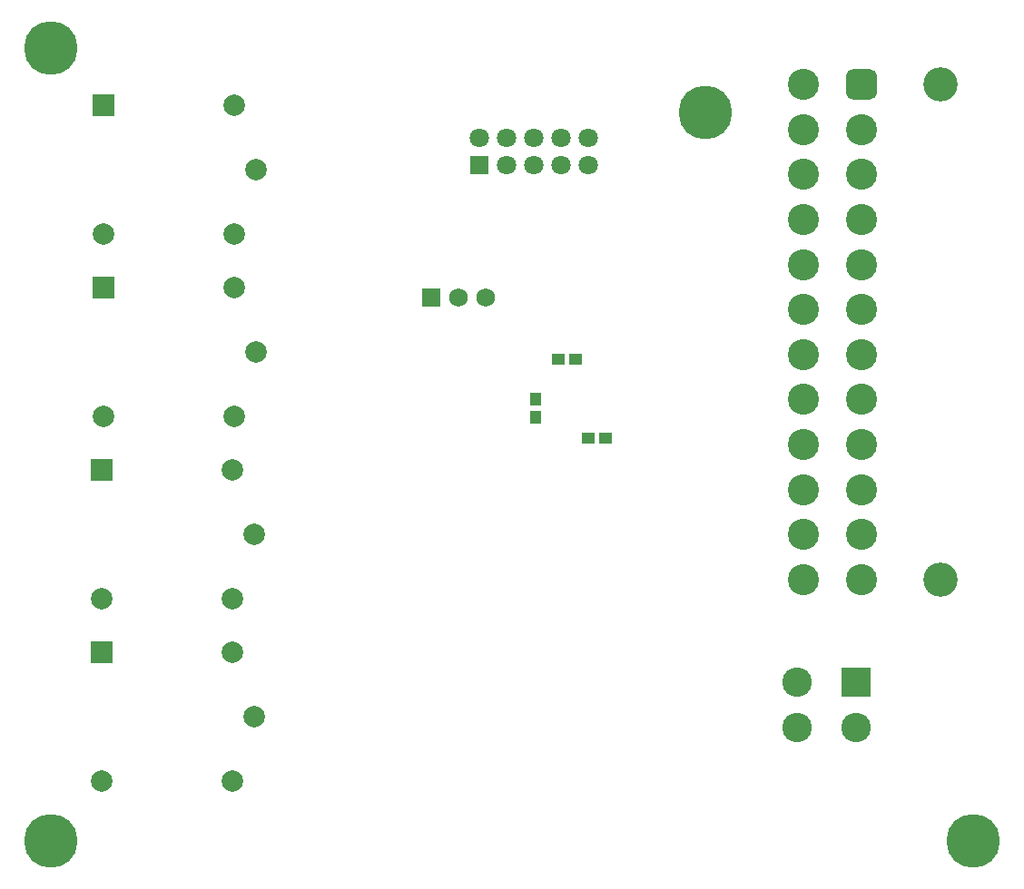
<source format=gbr>
%TF.GenerationSoftware,Altium Limited,Altium Designer,25.3.3 (18)*%
G04 Layer_Color=16711935*
%FSLAX45Y45*%
%MOMM*%
%TF.SameCoordinates,ACD2DE35-000D-4175-8758-006393140AE5*%
%TF.FilePolarity,Negative*%
%TF.FileFunction,Soldermask,Bot*%
%TF.Part,Single*%
G01*
G75*
%TA.AperFunction,SMDPad,CuDef*%
%ADD15R,1.01213X1.15814*%
%ADD17R,1.15814X1.01213*%
%TA.AperFunction,ComponentPad*%
%ADD39C,2.00000*%
%ADD40R,2.00000X2.00000*%
%ADD46R,2.75000X2.75000*%
%ADD47C,2.75000*%
%TA.AperFunction,ViaPad*%
%ADD51C,5.00000*%
%TA.AperFunction,ComponentPad*%
%ADD68C,1.80320*%
%ADD69R,1.80320X1.80320*%
%ADD70C,2.90320*%
G04:AMPARAMS|DCode=71|XSize=2.9032mm|YSize=2.9032mm|CornerRadius=0.7766mm|HoleSize=0mm|Usage=FLASHONLY|Rotation=90.000|XOffset=0mm|YOffset=0mm|HoleType=Round|Shape=RoundedRectangle|*
%AMROUNDEDRECTD71*
21,1,2.90320,1.35000,0,0,90.0*
21,1,1.35000,2.90320,0,0,90.0*
1,1,1.55320,0.67500,0.67500*
1,1,1.55320,0.67500,-0.67500*
1,1,1.55320,-0.67500,-0.67500*
1,1,1.55320,-0.67500,0.67500*
%
%ADD71ROUNDEDRECTD71*%
%ADD72C,3.20320*%
%ADD73R,1.75320X1.75320*%
%ADD74C,1.75320*%
D15*
X13320000Y7607301D02*
D03*
Y7772699D02*
D03*
D17*
X13527301Y8150000D02*
D03*
X13692699D02*
D03*
X13972699Y7410000D02*
D03*
X13807301D02*
D03*
D39*
X10693298Y6515100D02*
D03*
X10493299Y7115099D02*
D03*
Y5915101D02*
D03*
X9273301D02*
D03*
X10505999Y10518699D02*
D03*
Y9318701D02*
D03*
X9286001D02*
D03*
X10705998Y9918700D02*
D03*
X9273301Y4213301D02*
D03*
X10493299D02*
D03*
Y5413299D02*
D03*
X10693298Y4813300D02*
D03*
X9286001Y7616901D02*
D03*
X10505999D02*
D03*
Y8816899D02*
D03*
X10705998Y8216900D02*
D03*
D40*
X9273301Y7115099D02*
D03*
X9286001Y10518699D02*
D03*
X9273301Y5413299D02*
D03*
X9286001Y8816899D02*
D03*
D46*
X16306799Y5131699D02*
D03*
D47*
X15756799D02*
D03*
X16306799Y4711700D02*
D03*
X15756799D02*
D03*
D51*
X17400000Y3650000D02*
D03*
X8800000D02*
D03*
Y11050000D02*
D03*
X14900000Y10450000D02*
D03*
D68*
X13808000Y9960000D02*
D03*
X13553999D02*
D03*
X13300000D02*
D03*
X13046001D02*
D03*
X13808000Y10214000D02*
D03*
X13553999D02*
D03*
X13300000D02*
D03*
X13046001D02*
D03*
X12792000D02*
D03*
D69*
Y9960000D02*
D03*
D70*
X16361501Y6091499D02*
D03*
X15811501D02*
D03*
Y6511498D02*
D03*
Y6931503D02*
D03*
Y7351502D02*
D03*
Y7771501D02*
D03*
Y8191500D02*
D03*
Y8611499D02*
D03*
Y9031498D02*
D03*
Y9451503D02*
D03*
Y9871502D02*
D03*
Y10291501D02*
D03*
Y10711500D02*
D03*
X16361501Y6511498D02*
D03*
Y7351502D02*
D03*
Y9031498D02*
D03*
Y10291501D02*
D03*
Y9871502D02*
D03*
Y9451503D02*
D03*
Y8611499D02*
D03*
Y8191500D02*
D03*
Y7771501D02*
D03*
Y6931503D02*
D03*
D71*
Y10711500D02*
D03*
D72*
X17091502D02*
D03*
Y6091499D02*
D03*
D73*
X12344400Y8724900D02*
D03*
D74*
X12598400D02*
D03*
X12852400D02*
D03*
%TF.MD5,0cc03013c9a33167ee06ff296491dae5*%
M02*

</source>
